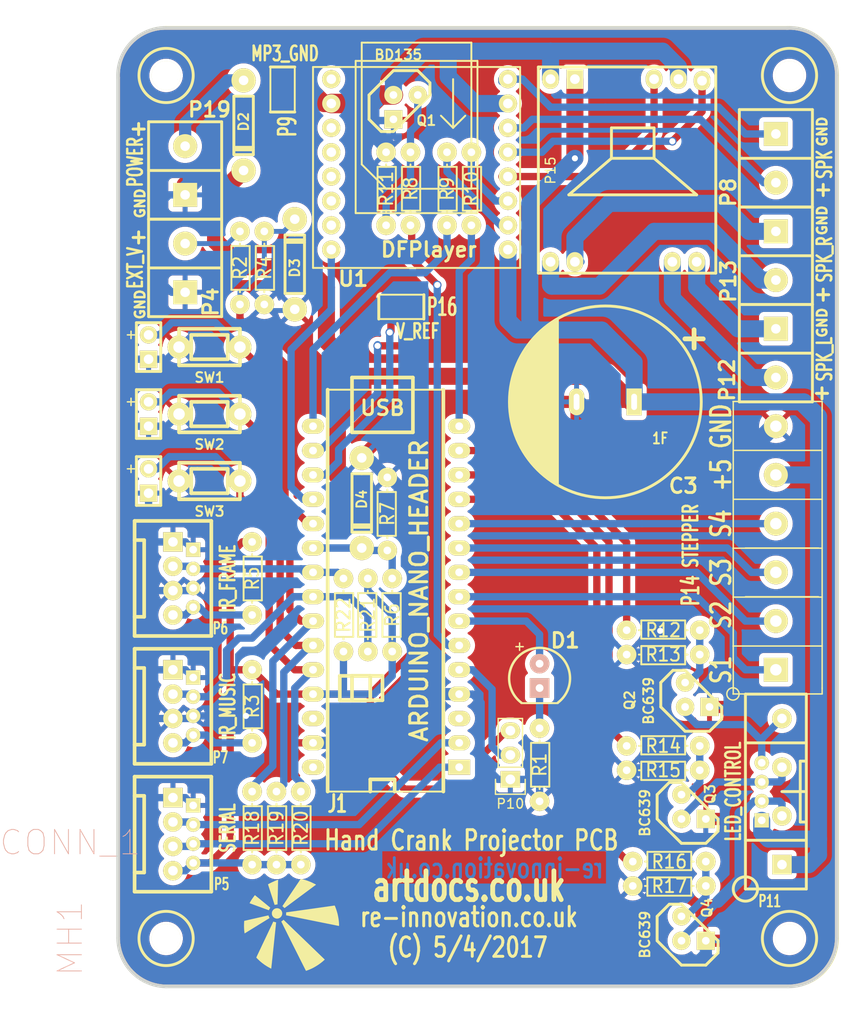
<source format=kicad_pcb>
(kicad_pcb (version 20221018) (generator pcbnew)
  (title_block (date "12 jul 2015"))
  (layers (0 "F.Cu" signal "Front") (31 "B.Cu" signal "Back") (34 "B.Paste" user) (35 "F.Paste" user) (36 "B.SilkS" user "B.Silkscreen") (37 "F.SilkS" user "F.Silkscreen") (38 "B.Mask" user) (39 "F.Mask" user) (44 "Edge.Cuts" user))
  (net 0 "")
  (net 1 "+5V")
  (net 2 "GND")
  (net 3 "/LED")
  (net 4 "Net-(D2-Pad1)")
  (net 5 "/EXT_V")
  (net 6 "/PWR_V")
  (net 7 "/Tx")
  (net 8 "/Rx")
  (net 9 "Net-(J1-Pad5)")
  (net 10 "/MP3_PWR")
  (net 11 "/STEP1")
  (net 12 "/STEP2")
  (net 13 "/STEP3")
  (net 14 "/STEP4")
  (net 15 "/LED_R")
  (net 16 "/LED_G")
  (net 17 "/LED_B")
  (net 18 "/MP3_Rx")
  (net 19 "/MP3_Tx")
  (net 20 "Net-(J1-Pad17)")
  (net 21 "Net-(J1-Pad18)")
  (net 22 "/MP3_BUSY")
  (net 23 "/IR_FRAME")
  (net 24 "/IR_MUSIC")
  (net 25 "/SW3")
  (net 26 "/SW2")
  (net 27 "/SW1")
  (net 28 "Net-(P4-Pad2)")
  (net 29 "Net-(P6-Pad4)")
  (net 30 "Net-(P7-Pad4)")
  (net 31 "Net-(P8-Pad1)")
  (net 32 "Net-(P8-Pad2)")
  (net 33 "Net-(P11-Pad2)")
  (net 34 "Net-(P11-Pad3)")
  (net 35 "Net-(P11-Pad4)")
  (net 36 "Net-(P12-Pad1)")
  (net 37 "Net-(P12-Pad2)")
  (net 38 "Net-(P13-Pad1)")
  (net 39 "Net-(P13-Pad2)")
  (net 40 "/AN_R")
  (net 41 "/AN_L")
  (net 42 "Net-(Q1-Pad2)")
  (net 43 "Net-(Q2-Pad2)")
  (net 44 "Net-(Q3-Pad2)")
  (net 45 "Net-(Q4-Pad2)")
  (net 46 "Net-(R9-Pad1)")
  (net 47 "Net-(R10-Pad1)")
  (net 48 "Net-(D1-Pad1)")
  (net 49 "Net-(P15-Pad4)")
  (footprint "REInnovationFootprint:TH_LED-5MM_larg_pad" (layer "F.Cu") (at 80.137 106.045 -90)
    (fp_text reference "D1")
    (fp_text value "LED" hide)
  )
  (footprint "REInnovationFootprint:TH_Diode_1" (layer "F.Cu") (at 49.276 48.26 -90)
    (fp_text reference "D2")
    (fp_text value "1N4001" hide)
  )
  (footprint "REInnovationFootprint:TH_Diode_1" (layer "F.Cu") (at 54.61 63.5 90)
    (fp_text reference "D3")
    (fp_text value "5V1" hide)
  )
  (footprint "REInnovationFootprint:TH_Diode_1" (layer "F.Cu") (at 61.595 87.63 -90)
    (fp_text reference "D4")
    (fp_text value "5V1" hide)
  )
  (footprint "REInnovationFootprint:SIL-2_screw_terminal" (layer "F.Cu") (at 43.18 66.04 90)
    (fp_text reference "P4")
    (fp_text value "EXT_V")
  )
  (footprint "REInnovationFootprint:SIL-2_screw_terminal" (layer "F.Cu") (at 104.775 49.53 -90)
    (fp_text reference "P8")
    (fp_text value "SPK")
  )
  (footprint "REInnovationFootprint:SM_2_SLDR_JMP" (layer "F.Cu") (at 53.34 46.355 -90)
    (fp_text reference "P9")
    (fp_text value "MP3_GND")
  )
  (footprint "REInnovationFootprint:Pin_Header_Straight_1x03" (layer "F.Cu") (at 77.089 116.84 180)
    (fp_text reference "P10")
    (fp_text value "D2" hide)
  )
  (footprint "REInnovationFootprint:SIL-4_Grove_SCREW" (layer "F.Cu") (at 105.41 118.11 90)
    (fp_text reference "P11")
    (fp_text value "LED_CONTROL")
  )
  (footprint "REInnovationFootprint:SIL-2_screw_terminal" (layer "F.Cu") (at 104.775 69.85 -90)
    (fp_text reference "P12")
    (fp_text value "SPK_L")
  )
  (footprint "REInnovationFootprint:SIL-2_screw_terminal" (layer "F.Cu") (at 104.775 59.69 -90)
    (fp_text reference "P13")
    (fp_text value "SPK_R")
  )
  (footprint "REInnovationFootprint:SIL-2_screw_terminal" (layer "F.Cu") (at 43.18 55.88 90)
    (fp_text reference "P19")
    (fp_text value "POWER")
  )
  (footprint "REInnovationFootprint:TO92-ECB_large_pad_BC639" (layer "F.Cu") (at 66.167 46.736)
    (fp_text reference "Q1")
    (fp_text value "BD135")
  )
  (footprint "REInnovationFootprint:TO92-ECB_large_pad_BC639" (layer "F.Cu") (at 96.5835 108.0135 90)
    (fp_text reference "Q2")
    (fp_text value "BC639")
  )
  (footprint "REInnovationFootprint:TO92-ECB_large_pad_BC639" (layer "F.Cu") (at 96.2025 119.6975 90)
    (fp_text reference "Q3")
    (fp_text value "BC639")
  )
  (footprint "REInnovationFootprint:TO92-ECB_large_pad_BC639" (layer "F.Cu") (at 96.2025 132.3975 90)
    (fp_text reference "Q4")
    (fp_text value "BC639")
  )
  (footprint "REInnovationFootprint:TH_Resistor_1" (layer "F.Cu") (at 80.137 115.316 -90)
    (fp_text reference "R1")
    (fp_text value "330" hide)
  )
  (footprint "REInnovationFootprint:TH_Resistor_1" (layer "F.Cu") (at 48.895 63.5 -90)
    (fp_text reference "R2")
    (fp_text value "560k" hide)
  )
  (footprint "REInnovationFootprint:TH_Resistor_1" (layer "F.Cu") (at 50.165 109.22 -90)
    (fp_text reference "R3")
    (fp_text value "1k" hide)
  )
  (footprint "REInnovationFootprint:TH_Resistor_1" (layer "F.Cu") (at 51.435 63.5 -90)
    (fp_text reference "R4")
    (fp_text value "10k" hide)
  )
  (footprint "REInnovationFootprint:TH_Resistor_1" (layer "F.Cu") (at 50.165 95.885 -90)
    (fp_text reference "R5")
    (fp_text value "1k" hide)
  )
  (footprint "REInnovationFootprint:TH_Resistor_1" (layer "F.Cu") (at 64.77 99.695 90)
    (fp_text reference "R6")
    (fp_text value "100k" hide)
  )
  (footprint "REInnovationFootprint:TH_Resistor_1" (layer "F.Cu") (at 64.262 89.154 90)
    (fp_text reference "R7")
    (fp_text value "100k" hide)
  )
  (footprint "REInnovationFootprint:TH_Resistor_1" (layer "F.Cu") (at 66.675 55.245 -90)
    (fp_text reference "R8")
    (fp_text value "10" hide)
  )
  (footprint "REInnovationFootprint:TH_Resistor_1" (layer "F.Cu") (at 70.485 55.245 -90)
    (fp_text reference "R9")
    (fp_text value "1k" hide)
  )
  (footprint "REInnovationFootprint:TH_Resistor_1" (layer "F.Cu") (at 73.025 55.245 -90)
    (fp_text reference "R10")
    (fp_text value "1k" hide)
  )
  (footprint "REInnovationFootprint:TH_Resistor_1" (layer "F.Cu") (at 64.135 55.245 -90)
    (fp_text reference "R11")
    (fp_text value "100k" hide)
  )
  (footprint "REInnovationFootprint:TH_Resistor_1" (layer "F.Cu") (at 93.0275 101.2825)
    (fp_text reference "R12")
    (fp_text value "10" hide)
  )
  (footprint "REInnovationFootprint:TH_Resistor_1" (layer "F.Cu") (at 93.0275 103.8225 180)
    (fp_text reference "R13")
    (fp_text value "100k" hide)
  )
  (footprint "REInnovationFootprint:TH_Resistor_1" (layer "F.Cu") (at 93.0275 113.3475)
    (fp_text reference "R14")
    (fp_text value "10" hide)
  )
  (footprint "REInnovationFootprint:TH_Resistor_1" (layer "F.Cu") (at 93.0275 115.8875 180)
    (fp_text reference "R15")
    (fp_text value "100k" hide)
  )
  (footprint "REInnovationFootprint:TH_Resistor_1" (layer "F.Cu") (at 93.6625 125.4125)
    (fp_text reference "R16")
    (fp_text value "10" hide)
  )
  (footprint "REInnovationFootprint:TH_Resistor_1" (layer "F.Cu") (at 93.6625 127.9525 180)
    (fp_text reference "R17")
    (fp_text value "100k" hide)
  )
  (footprint "matts_components:SW_PUSH_single_pins" (layer "F.Cu") (at 45.72 71.755 180)
    (fp_text reference "SW1")
    (fp_text value "SW_PUSH" hide)
  )
  (footprint "matts_components:SW_PUSH_single_pins" (layer "F.Cu") (at 45.72 78.74 180)
    (fp_text reference "SW2")
    (fp_text value "SW_PUSH" hide)
  )
  (footprint "matts_components:SW_PUSH_single_pins" (layer "F.Cu") (at 45.72 85.725 180)
    (fp_text reference "SW3")
    (fp_text value "SW_PUSH" hide)
  )
  (footprint "REInnovationFootprint:SIL-2_large_hole" (layer "F.Cu") (at 39.37 71.755 90)
    (fp_text reference "P1" hide)
    (fp_text value "SW1" hide)
  )
  (footprint "REInnovationFootprint:SIL-2_large_hole" (layer "F.Cu") (at 39.37 78.74 90)
    (fp_text reference "P2" hide)
    (fp_text value "SW2" hide)
  )
  (footprint "REInnovationFootprint:SIL-2_large_hole" (layer "F.Cu") (at 39.37 85.725 90)
    (fp_text reference "P3" hide)
    (fp_text value "SW3" hide)
  )
  (footprint "matts_components:SIL-4_Grove_SIL" (layer "F.Cu") (at 41.91 122.555 -90)
    (fp_text reference "P5")
    (fp_text value "SERIAL")
  )
  (footprint "matts_components:SIL-4_Grove_SIL" (layer "F.Cu") (at 41.91 95.885 -90)
    (fp_text reference "P6")
    (fp_text value "IR_FRAME")
  )
  (footprint "matts_components:SIL-4_Grove_SIL" (layer "F.Cu") (at 41.91 109.22 -90)
    (fp_text reference "P7")
    (fp_text value "IR_MUSIC")
  )
  (footprint "REInnovationFootprint:C_1F_SuperCap" (layer "F.Cu") (at 86.995 77.47 180)
    (fp_text reference "C3")
    (fp_text value "1F")
  )
  (footprint "matts_components:reinnovation_logo_15mm" (layer "F.Cu") (at 54.61 132.715)
    (fp_text reference "LG1" hide)
    (fp_text value "CONN_1" hide)
  )
  (footprint "REInnovationFootprint:PCB_75x100mm" (layer "F.Cu") (at 36.195 138.43)
    (fp_text reference "MH1")
    (fp_text value "CONN_1")
  )
  (footprint "REInnovationFootprint:SM_2_SLDR_JMP" (layer "F.Cu") (at 67.183 67.564)
    (fp_text reference "P16")
    (fp_text value "V_REF")
  )
  (footprint "REInnovationFootprint:NANO_DIP_30_600" (layer "F.Cu") (at 64.135 91.44 90)
    (fp_text reference "J1")
    (fp_text value "ARDUINO_NANO_HEADER")
  )
  (footprint "REInnovationFootprint:TH_PAM8403_Amp" (layer "F.Cu") (at 80.01 42.545 -90)
    (fp_text reference "P15")
    (fp_text value "AMP_3WST" hide)
  )
  (footprint "REInnovationFootprint:TH_Resistor_1" (layer "F.Cu") (at 50.165 121.92 -90)
    (fp_text reference "R18")
    (fp_text value "10k" hide)
  )
  (footprint "REInnovationFootprint:TH_Resistor_1" (layer "F.Cu") (at 52.705 121.92 -90)
    (fp_text reference "R19")
    (fp_text value "10k" hide)
  )
  (footprint "REInnovationFootprint:TH_Resistor_1" (layer "F.Cu") (at 55.245 121.92 -90)
    (fp_text reference "R20")
    (fp_text value "10k" hide)
  )
  (footprint "REInnovationFootprint:TH_Resistor_1" (layer "F.Cu") (at 62.23 99.695 90)
    (fp_text reference "R21")
    (fp_text value "100k" hide)
  )
  (footprint "REInnovationFootprint:TH_Resistor_1" (layer "F.Cu") (at 59.69 99.695 -90)
    (fp_text reference "R22")
    (fp_text value "100k" hide)
  )
  (footprint "REInnovationFootprint:TH_DFPlayer_Mini" (layer "F.Cu") (at 76.2 61.595 180)
    (fp_text reference "U1")
    (fp_text value "DFPlayer")
  )
  (footprint "REInnovationFootprint:TH_6W_SCREW_TERM" (layer "F.Cu") (at 101.6 100.33 90)
    (fp_text reference "P14")
    (fp_text value "STEPPER")
  )
  (gr_line (start 111.125 43.307) (end 111.125 133.35) (stroke (width 0.381)) (layer "Edge.Cuts"))
  (gr_line (start 36.195 133.35) (end 36.195 43.688) (stroke (width 0.381)) (layer "Edge.Cuts"))
  (gr_arc (start 111.125 133.35) (mid 109.637102 136.942102) (end 106.045 138.43) (stroke (width 0.381)) (layer "Edge.Cuts"))
  (gr_arc (start 36.195 43.688) (mid 37.466095 40.111305) (end 40.894 38.481) (stroke (width 0.381)) (layer "Edge.Cuts"))
  (gr_line (start 106.045 138.43) (end 41.148 138.43) (stroke (width 0.381)) (layer "Edge.Cuts"))
  (gr_arc (start 105.918 38.481) (mid 109.494695 39.752095) (end 111.125 43.18) (stroke (width 0.381)) (layer "Edge.Cuts"))
  (gr_line (start 40.894 38.481) (end 106.045 38.481) (stroke (width 0.381)) (layer "Edge.Cuts"))
  (gr_arc (start 41.275 138.43) (mid 37.682898 136.942102) (end 36.195 133.35) (stroke (width 0.381)) (layer "Edge.Cuts"))
  (gr_text "re-innovation.co.uk" (at 75.438 126.111) (layer "B.Cu") (effects (font (size 2.032 1.524) (thickness 0.3048)) (justify mirror)))
  (gr_text "S1" (at 99.06 105.41 90) (layer "F.SilkS") (effects (font (size 2.032 1.524) (thickness 0.3048))))
  (gr_text "S2" (at 99.06 99.695 90) (layer "F.SilkS") (effects (font (size 2.032 1.524) (thickness 0.3048))))
  (gr_text "+5" (at 99.06 85.09 90) (layer "F.SilkS") (effects (font (size 2.032 1.524) (thickness 0.3048))))
  (gr_text "re-innovation.co.uk" (at 72.771 131.191) (layer "F.SilkS") (effects (font (size 2.032 1.524) (thickness 0.3048))))
  (gr_text "artdocs.co.uk" (at 72.771 128.016) (layer "F.SilkS") (effects (font (size 3 2) (thickness 0.5))))
  (gr_text "GND" (at 99.06 80.01 90) (layer "F.SilkS") (effects (font (size 2.032 1.524) (thickness 0.3048))))
  (gr_text "S3" (at 99.06 95.25 90) (layer "F.SilkS") (effects (font (size 2.032 1.524) (thickness 0.3048))))
  (gr_text "(C) 5/4/2017" (at 72.644 134.366) (layer "F.SilkS") (effects (font (size 2.032 1.524) (thickness 0.3048))))
  (gr_text "S4" (at 99.06 90.17 90) (layer "F.SilkS") (effects (font (size 2.032 1.524) (thickness 0.3048))))
  (gr_text "Hand Crank Projector PCB" (at 73.025 123.19) (layer "F.SilkS") (effects (font (size 2.032 1.524) (thickness 0.3048))))
  (segment (start 61.5315 74.803) (end 61.595 74.803) (width 0.762) (layer "F.Cu") (net 1))
  (segment (start 61.595 74.803) (end 61.5315 74.803) (width 0.762) (layer "F.Cu") (net 1))
  (segment (start 61.5315 74.803) (end 61.5315 76.8985) (width 0.762) (layer "F.Cu") (net 1))
  (segment (start 47.879 93.345) (end 49.149 92.075) (width 0.762) (layer "F.Cu") (net 1))
  (segment (start 49.149 92.075) (end 50.165 92.075) (width 0.762) (layer "F.Cu") (net 1))
  (segment (start 45.768 125.555) (end 47.879 123.444) (width 0.762) (layer "F.Cu") (net 1))
  (segment (start 47.879 123.444) (end 47.879 105.41) (width 0.762) (layer "F.Cu") (net 1))
  (segment (start 47.879 102.489) (end 47.879 93.345) (width 0.762) (layer "F.Cu") (net 1))
  (segment (start 47.879 105.41) (end 48.006 105.41) (width 0.762) (layer "F.Cu") (net 1))
  (segment (start 48.006 105.41) (end 47.879 105.41) (width 0.762) (layer "F.Cu") (net 1))
  (segment (start 47.879 105.41) (end 47.879 102.489) (width 0.762) (layer "F.Cu") (net 1))
  (segment (start 61.5315 76.8985) (end 59.182 79.248) (width 0.762) (layer "F.Cu") (net 1))
  (segment (start 59.182 79.248) (end 59.182 84.709) (width 0.762) (layer "F.Cu") (net 1))
  (segment (start 59.182 84.709) (end 66.675 92.202) (width 0.762) (layer "F.Cu") (net 1))
  (segment (start 66.675 92.202) (end 66.675 103.759) (width 0.762) (layer "F.Cu") (net 1))
  (segment (start 66.675 103.759) (end 62.484 107.95) (width 0.762) (layer "F.Cu") (net 1))
  (segment (start 62.484 107.95) (end 57.15 107.95) (width 0.762) (layer "F.Cu") (net 1))
  (segment (start 76.708 111.76) (end 74.041 114.427) (width 0.762) (layer "F.Cu") (net 1))
  (segment (start 74.041 114.427) (end 74.041 116.84) (width 0.762) (layer "F.Cu") (net 1))
  (segment (start 74.041 116.84) (end 73.025 117.856) (width 0.762) (layer "F.Cu") (net 1))
  (segment (start 73.025 117.856) (end 66.04 117.856) (width 0.762) (layer "F.Cu") (net 1))
  (segment (start 66.04 117.856) (end 62.484 114.3) (width 0.762) (layer "F.Cu") (net 1))
  (segment (start 62.484 114.3) (end 62.484 107.95) (width 0.762) (layer "F.Cu") (net 1))
  (segment (start 85.598 74.803) (end 88.265 77.47) (width 1.27) (layer "F.Cu") (net 1))
  (segment (start 88.265 77.47) (end 89.995 77.47) (width 1.27) (layer "F.Cu") (net 1))
  (segment (start 52.705 107.95) (end 56.515 107.95) (width 0.762) (layer "F.Cu") (net 1))
  (segment (start 89.662 77.47) (end 86.995 74.803) (width 1.778) (layer "F.Cu") (net 1))
  (segment (start 86.995 74.803) (end 61.722 74.803) (width 1.778) (layer "F.Cu") (net 1))
  (segment (start 61.595 74.803) (end 57.912 71.12) (width 1.778) (layer "F.Cu") (net 1))
  (segment (start 57.912 71.12) (end 57.912 65.532) (width 1.778) (layer "F.Cu") (net 1))
  (segment (start 57.912 65.532) (end 55.753 63.373) (width 1.778) (layer "F.Cu") (net 1))
  (segment (start 55.753 63.373) (end 49.022 63.373) (width 1.778) (layer "F.Cu") (net 1))
  (segment (start 49.022 63.373) (end 46.355 60.706) (width 1.778) (layer "F.Cu") (net 1))
  (segment (start 46.355 60.706) (end 46.355 56.261) (width 1.778) (layer "F.Cu") (net 1))
  (segment (start 46.355 56.261) (end 49.276 53.34) (width 1.778) (layer "F.Cu") (net 1))
  (segment (start 61.722 74.803) (end 61.595 74.803) (width 1.778) (layer "F.Cu") (net 1))
  (segment (start 61.722 76.708) (end 59.055 79.375) (width 1.778) (layer "F.Cu") (net 1))
  (segment (start 59.055 79.375) (end 59.055 85.217) (width 1.778) (layer "F.Cu") (net 1))
  (segment (start 61.722 74.803) (end 61.722 76.708) (width 1.778) (layer "F.Cu") (net 1))
  (segment (start 89.995 77.47) (end 89.662 77.47) (width 1.778) (layer "F.Cu") (net 1))
  (segment (start 83.82 43.815) (end 83.82 52.07) (width 1.778) (layer "F.Cu") (net 1))
  (segment (start 61.5315 74.803) (end 85.598 74.803) (width 1.27) (layer "F.Cu") (net 1))
  (segment (start 77.089 111.76) (end 76.708 111.76) (width 0.762) (layer "F.Cu") (net 1))
  (segment (start 44.021 125.555) (end 45.768 125.555) (width 0.762) (layer "F.Cu") (net 1))
  (segment (start 50.165 105.41) (end 47.879 105.41) (width 0.762) (layer "F.Cu") (net 1))
  (segment (start 50.165 105.41) (end 52.705 107.95) (width 0.762) (layer "F.Cu") (net 1))
  (via (at 83.82 52.07) (size 0.889) (drill 0.635) (layers "F.Cu" "B.Cu") (net 1))
  (segment (start 43.211 126.365) (end 44.021 125.555) (width 0.762) (layer "B.Cu") (net 1))
  (segment (start 89.995 74.374) (end 85.598 69.977) (width 1.27) (layer "B.Cu") (net 1))
  (segment (start 85.598 69.977) (end 79.121 69.977) (width 1.27) (layer "B.Cu") (net 1))
  (segment (start 109.22 86.614) (end 109.22 90.043) (width 1.27) (layer "B.Cu") (net 1))
  (segment (start 109.22 124.714) (end 108.839 125.095) (width 1.27) (layer "B.Cu") (net 1))
  (segment (start 109.22 90.043) (end 109.22 123.19) (width 1.27) (layer "B.Cu") (net 1))
  (segment (start 79.121 56.769) (end 79.121 69.977) (width 1.27) (layer "B.Cu") (net 1))
  (segment (start 79.121 69.977) (end 79.121 69.596) (width 1.27) (layer "B.Cu") (net 1))
  (segment (start 79.121 69.596) (end 79.121 69.977) (width 1.27) (layer "B.Cu") (net 1))
  (segment (start 79.121 69.977) (end 77.851 69.977) (width 1.27) (layer "B.Cu") (net 1))
  (segment (start 106.68 77.47) (end 109.22 80.01) (width 0.762) (layer "B.Cu") (net 1))
  (segment (start 109.22 80.01) (end 109.22 85.09) (width 0.762) (layer "B.Cu") (net 1))
  (segment (start 109.22 85.09) (end 109.22 86.614) (width 0.762) (layer "B.Cu") (net 1))
  (segment (start 108.204 125.73) (end 108.839 125.095) (width 0.762) (layer "B.Cu") (net 1))
  (segment (start 108.204 125.73) (end 109.22 124.714) (width 0.762) (layer "B.Cu") (net 1))
  (segment (start 103.299 121.714) (end 104.775 123.19) (width 0.762) (layer "B.Cu") (net 1))
  (segment (start 104.775 123.19) (end 109.22 123.19) (width 0.762) (layer "B.Cu") (net 1))
  (segment (start 109.22 123.19) (end 109.22 124.714) (width 1.27) (layer "B.Cu") (net 1))
  (segment (start 62.23 97.155) (end 64.77 99.695) (width 0.762) (layer "B.Cu") (net 1))
  (segment (start 64.77 99.695) (end 64.77 103.505) (width 0.762) (layer "B.Cu") (net 1))
  (segment (start 62.865 107.95) (end 64.77 106.045) (width 0.762) (layer "B.Cu") (net 1))
  (segment (start 64.77 106.045) (end 64.77 103.505) (width 0.762) (layer "B.Cu") (net 1))
  (segment (start 59.69 107.95) (end 62.865 107.95) (width 0.762) (layer "B.Cu") (net 1))
  (segment (start 49.99 125.555) (end 50.165 125.73) (width 0.762) (layer "B.Cu") (net 1))
  (segment (start 107.696 77.47) (end 109.22 78.994) (width 1.778) (layer "B.Cu") (net 1))
  (segment (start 109.22 78.994) (end 109.22 123.063) (width 1.778) (layer "B.Cu") (net 1))
  (segment (start 109.22 124.714) (end 108.204 125.73) (width 1.778) (layer "B.Cu") (net 1))
  (segment (start 108.204 125.73) (end 105.41 125.73) (width 1.778) (layer "B.Cu") (net 1))
  (segment (start 103.299 122.349) (end 104.013 123.063) (width 1.778) (layer "B.Cu") (net 1))
  (segment (start 104.013 123.063) (end 109.22 123.063) (width 1.778) (layer "B.Cu") (net 1))
  (segment (start 109.22 123.063) (end 109.22 124.714) (width 1.778) (layer "B.Cu") (net 1))
  (segment (start 76.835 68.961) (end 77.851 69.977) (width 1.778) (layer "B.Cu") (net 1))
  (segment (start 77.851 69.977) (end 79.756 69.977) (width 1.778) (layer "B.Cu") (net 1))
  (segment (start 86.614 69.977) (end 89.995 73.358) (width 1.778) (layer "B.Cu") (net 1))
  (segment (start 89.995 73.358) (end 89.995 77.47) (width 1.778) (layer "B.Cu") (net 1))
  (segment (start 79.121 56.769) (end 79.121 69.342) (width 1.778) (layer "B.Cu") (net 1))
  (segment (start 79.121 69.342) (end 79.756 69.977) (width 1.778) (layer "B.Cu") (net 1))
  (segment (start 79.756 69.977) (end 86.614 69.977) (width 1.778) (layer "B.Cu") (net 1))
  (segment (start 89.995 77.47) (end 107.696 77.47) (width 1.778) (layer "B.Cu") (net 1))
  (segment (start 105.41 125.73) (end 108.204 125.73) (width 0.762) (layer "B.Cu") (net 1))
  (segment (start 44.021 125.555) (end 49.99 125.555) (width 0.762) (layer "B.Cu") (net 1))
  (segment (start 56.515 107.95) (end 59.69 107.95) (width 0.762) (layer "B.Cu") (net 1))
  (segment (start 104.775 85.09) (end 109.22 85.09) (width 1.778) (layer "B.Cu") (net 1))
  (segment (start 103.299 121.11) (end 103.299 122.349) (width 1.778) (layer "B.Cu") (net 1))
  (segment (start 89.995 77.47) (end 89.995 74.374) (width 1.27) (layer "B.Cu") (net 1))
  (segment (start 89.995 77.47) (end 106.68 77.47) (width 0.762) (layer "B.Cu") (net 1))
  (segment (start 76.835 61.595) (end 76.835 68.961) (width 1.778) (layer "B.Cu") (net 1))
  (segment (start 59.69 103.505) (end 59.69 107.95) (width 0.762) (layer "B.Cu") (net 1))
  (segment (start 52.705 125.73) (end 55.245 125.73) (width 0.762) (layer "B.Cu") (net 1))
  (segment (start 83.82 52.07) (end 79.121 56.769) (width 1.778) (layer "B.Cu") (net 1))
  (segment (start 57.15 107.95) (end 58.166 107.95) (width 0.762) (layer "B.Cu") (net 1))
  (segment (start 41.91 126.365) (end 43.211 126.365) (width 0.762) (layer "B.Cu") (net 1))
  (segment (start 56.515 107.95) (end 58.166 107.95) (width 0.762) (layer "B.Cu") (net 1))
  (segment (start 62.23 95.885) (end 62.23 97.155) (width 0.762) (layer "B.Cu") (net 1))
  (segment (start 50.165 125.73) (end 52.705 125.73) (width 0.762) (layer "B.Cu") (net 1))
  (segment (start 103.299 121.11) (end 103.299 121.714) (width 0.762) (layer "B.Cu") (net 1))
  (segment (start 43.18 55.626) (end 49.911 48.895) (width 0.762) (layer "F.Cu") (net 2))
  (segment (start 49.911 48.895) (end 52.705 48.895) (width 0.762) (layer "F.Cu") (net 2))
  (segment (start 52.705 48.895) (end 53.34 48.26) (width 0.762) (layer "F.Cu") (net 2))
  (segment (start 53.34 48.26) (end 53.34 45.974) (width 0.762) (layer "F.Cu") (net 2))
  (segment (start 67.31 77.47) (end 61.214 83.566) (width 0.762) (layer "F.Cu") (net 2))
  (segment (start 99.3775 109.2835) (end 100.076 109.982) (width 0.762) (layer "F.Cu") (net 2))
  (segment (start 100.076 109.982) (end 100.076 121.031) (width 0.762) (layer "F.Cu") (net 2))
  (segment (start 100.076 132.969) (end 99.3775 133.6675) (width 0.762) (layer "F.Cu") (net 2))
  (segment (start 99.3775 133.6675) (end 97.4725 133.6675) (width 0.762) (layer "F.Cu") (net 2))
  (segment (start 100.076 120.9675) (end 100.0125 121.031) (width 0.762) (layer "F.Cu") (net 2))
  (segment (start 100.0125 121.031) (end 99.949 121.031) (width 0.762) (layer "F.Cu") (net 2))
  (segment (start 99.949 121.031) (end 100.076 121.031) (width 0.762) (layer "F.Cu") (net 2))
  (segment (start 100.076 121.031) (end 100.076 132.969) (width 0.762) (layer "F.Cu") (net 2))
  (segment (start 61.214 83.566) (end 67.31 77.47) (width 1.27) (layer "F.Cu") (net 2))
  (segment (start 67.31 77.47) (end 83.995 77.47) (width 1.27) (layer "F.Cu") (net 2))
  (segment (start 100.076 132.969) (end 99.3775 133.6675) (width 1.27) (layer "F.Cu") (net 2))
  (segment (start 99.3775 133.6675) (end 97.4725 133.6675) (width 1.27) (layer "F.Cu") (net 2))
  (segment (start 99.3775 109.2835) (end 100.076 109.982) (width 1.27) (layer "F.Cu") (net 2))
  (segment (start 100.076 109.982) (end 100.076 132.969) (width 1.27) (layer "F.Cu") (net 2))
  (segment (start 100.076 96.901) (end 98.6155 95.4405) (width 1.27) (layer "F.Cu") (net 2))
  (segment (start 83.995 80.82) (end 83.995 77.47) (width 1.27) (layer "F.Cu") (net 2))
  (segment (start 98.6155 95.4405) (end 83.995 80.82) (width 1.27) (layer "F.Cu") (net 2))
  (segment (start 49.8 110.49) (end 49.53 110.22) (width 0.762) (layer "F.Cu") (net 2))
  (segment (start 49.8 110.49) (end 52.07 110.49) (width 0.762) (layer "F.Cu") (net 2))
  (segment (start 52.07 110.49) (end 54.61 113.03) (width 0.762) (layer "F.Cu") (net 2))
  (segment (start 56.515 113.03) (end 54.61 113.03) (width 0.762) (layer "F.Cu") (net 2))
  (segment (start 53.34 48.514) (end 52.578 49.276) (width 1.778) (layer "F.Cu") (net 2))
  (segment (start 52.578 49.276) (end 48.768 49.276) (width 1.778) (layer "F.Cu") (net 2))
  (segment (start 48.768 49.276) (end 43.18 54.864) (width 1.778) (layer "F.Cu") (net 2))
  (segment (start 43.18 54.864) (end 43.18 55.88) (width 1.778) (layer "F.Cu") (net 2))
  (segment (start 83.995 77.47) (end 67.31 77.47) (width 0.762) (layer "F.Cu") (net 2))
  (segment (start 100.076 109.982) (end 100.076 96.901) (width 1.27) (layer "F.Cu") (net 2))
  (segment (start 43.18 55.88) (end 43.18 55.626) (width 0.762) (layer "F.Cu") (net 2))
  (segment (start 97.4725 120.9675) (end 100.076 120.9675) (width 1.27) (layer "F.Cu") (net 2))
  (segment (start 97.8535 109.2835) (end 99.3775 109.2835) (width 1.27) (layer "F.Cu") (net 2))
  (segment (start 61.214 83.693) (end 61.214 83.566) (width 1.27) (layer "F.Cu") (net 2))
  (segment (start 98.6155 95.4405) (end 92.71 101.346) (width 1.27) (layer "F.Cu") (net 2))
  (segment (start 53.34 45.974) (end 53.34 48.514) (width 1.778) (layer "F.Cu") (net 2))
  (via (at 92.71 101.346) (size 0.889) (drill 0.635) (layers "F.Cu" "B.Cu") (net 2))
  (via (at 49.53 110.22) (size 0.889) (drill 0.635) (layers "F.Cu" "B.Cu") (net 2))
  (segment (start 41.275 86.995) (end 42.545 85.725) (width 0.508) (layer "B.Cu") (net 2))
  (segment (start 41.275 80.01) (end 42.545 78.74) (width 0.508) (layer "B.Cu") (net 2))
  (segment (start 41.275 73.025) (end 42.545 71.755) (width 0.508) (layer "B.Cu") (net 2))
  (segment (start 52.07 67.945) (end 51.435 67.31) (width 0.508) (layer "B.Cu") (net 2))
  (segment (start 45.085 66.04) (end 48.26 69.215) (width 0.508) (layer "B.Cu") (net 2))
  (segment (start 48.26 69.215) (end 49.53 69.215) (width 0.508) (layer "B.Cu") (net 2))
  (segment (start 49.53 69.215) (end 51.435 67.31) (width 0.508) (layer "B.Cu") (net 2))
  (segment (start 80.137 116.84) (end 80.137 117.221) (width 0.762) (layer "B.Cu") (net 2))
  (segment (start 80.137 117.221) (end 80.137 116.84) (width 0.762) (layer "B.Cu") (net 2))
  (segment (start 80.137 116.84) (end 77.089 116.84) (width 0.762) (layer "B.Cu") (net 2))
  (segment (start 75.819 116.84) (end 74.041 115.062) (width 0.762) (layer "B.Cu") (net 2))
  (segment (start 74.041 115.062) (end 74.041 108.839) (width 0.762) (layer "B.Cu") (net 2))
  (segment (start 74.041 108.839) (end 73.152 107.95) (width 0.762) (layer "B.Cu") (net 2))
  (segment (start 73.152 107.95) (end 71.755 107.95) (width 0.762) (layer "B.Cu") (net 2))
  (segment (start 68.58 107.95) (end 71.755 107.95) (width 0.762) (layer "B.Cu") (net 2))
  (segment (start 43.211 118.745) (end 44.021 119.555) (width 0.762) (layer "B.Cu") (net 2))
  (segment (start 43.211 105.41) (end 44.021 106.22) (width 0.762) (layer "B.Cu") (net 2))
  (segment (start 43.751 110.49) (end 44.021 110.22) (width 0.762) (layer "B.Cu") (net 2))
  (segment (start 43.751 97.155) (end 44.021 96.885) (width 0.762) (layer "B.Cu") (net 2))
  (segment (start 43.211 92.075) (end 44.021 92.885) (width 0.762) (layer "B.Cu") (net 2))
  (segment (start 39.37 118.237) (end 39.878 118.745) (width 0.762) (layer "B.Cu") (net 2))
  (segment (start 39.878 118.745) (end 41.91 118.745) (width 0.762) (layer "B.Cu") (net 2))
  (segment (start 39.37 105.41) (end 39.37 110.617) (width 0.762) (layer "B.Cu") (net 2))
  (segment (start 39.37 92.075) (end 39.497 92.202) (width 0.762) (layer "B.Cu") (net 2))
  (segment (start 39.497 92.202) (end 39.37 92.202) (width 0.762) (layer "B.Cu") (net 2))
  (segment (start 39.37 92.202) (end 39.37 97.282) (width 0.762) (layer "B.Cu") (net 2))
  (segment (start 39.37 110.49) (end 39.497 110.617) (width 0.762) (layer "B.Cu") (net 2))
  (segment (start 39.497 110.617) (end 39.37 110.617) (width 0.762) (layer "B.Cu") (net 2))
  (segment (start 39.37 110.617) (end 39.37 118.237) (width 0.762) (layer "B.Cu") (net 2))
  (segment (start 39.37 97.155) (end 39.243 97.282) (width 0.762) (layer "B.Cu") (net 2))
  (segment (start 39.243 97.282) (end 39.37 97.282) (width 0.762) (layer "B.Cu") (net 2))
  (segment (start 39.37 97.282) (end 39.37 105.41) (width 0.762) (layer "B.Cu") (net 2))
  (segment (start 62.484 83.566) (end 64.262 85.344) (width 0.762) (layer "B.Cu") (net 2))
  (segment (start 41.783 66.04) (end 40.386 64.643) (width 0.762) (layer "B.Cu") (net 2))
  (segment (start 40.386 64.643) (end 40.386 64.389) (width 0.762) (layer "B.Cu") (net 2))
  (segment (start 40.386 57.023) (end 41.529 55.88) (width 0.762) (layer "B.Cu") (net 2))
  (segment (start 41.529 55.88) (end 43.18 55.88) (width 0.762) (layer "B.Cu") (net 2))
  (segment (start 40.386 64.389) (end 40.386 57.023) (width 0.762) (layer "B.Cu") (net 2))
  (segment (start 40.386 64.516) (end 37.338 67.564) (width 0.762) (layer "B.Cu") (net 2))
  (segment (start 37.338 67.564) (end 37.338 73.025) (width 0.762) (layer "B.Cu") (net 2))
  (segment (start 37.338 88.646) (end 38.735 90.043) (width 0.762) (layer "B.Cu") (net 2))
  (segment (start 38.735 90.043) (end 39.37 90.043) (width 0.762) (layer "B.Cu") (net 2))
  (segment (start 39.37 90.043) (end 39.37 92.202) (width 0.762) (layer "B.Cu") (net 2))
  (segment (start 37.338 80.01) (end 37.211 80.01) (width 0.762) (layer "B.Cu") (net 2))
  (segment (start 37.211 80.01) (end 37.338 80.01) (width 0.762) (layer "B.Cu") (net 2))
  (segment (start 37.338 80.01) (end 37.338 88.646) (width 0.762) (layer "B.Cu") (net 2))
  (segment (start 37.338 73.025) (end 37.465 73.025) (width 0.762) (layer "B.Cu") (net 2))
  (segment (start 37.465 73.025) (end 37.338 73.025) (width 0.762) (layer "B.Cu") (net 2))
  (segment (start 37.338 73.025) (end 37.338 80.01) (width 0.762) (layer "B.Cu") (net 2))
  (segment (start 41.275 73.025) (end 42.545 71.755) (width 0.762) (layer "B.Cu") (net 2))
  (segment (start 41.275 80.01) (end 42.545 78.74) (width 0.762) (layer "B.Cu") (net 2))
  (segment (start 64.516 85.344) (end 67.945 88.773) (width 0.762) (layer "B.Cu") (net 2))
  (segment (start 67.945 88.773) (end 67.945 107.315) (width 0.762) (layer "B.Cu") (net 2))
  (segment (start 67.945 107.315) (end 68.58 107.95) (width 0.762) (layer "B.Cu") (net 2))
  (segment (start 97.4725 135.0645) (end 96.774 135.763) (width 0.762) (layer "B.Cu") (net 2))
  (segment (start 96.774 135.763) (end 93.726 135.763) (width 0.762) (layer "B.Cu") (net 2))
  (segment (start 93.726 135.763) (end 91.948 133.985) (width 0.762) (layer "B.Cu") (net 2))
  (segment (start 91.948 133.985) (end 91.948 128.016) (width 0.762) (layer "B.Cu") (net 2))
  (segment (start 91.948 115.8875) (end 91.8845 115.824) (width 0.762) (layer "B.Cu") (net 2))
  (segment (start 91.8845 115.824) (end 91.694 115.824) (width 0.762) (layer "B.Cu") (net 2))
  (segment (start 91.694 115.824) (end 91.948 115.824) (width 0.762) (layer "B.Cu") (net 2))
  (segment (start 91.948 115.824) (end 91.948 104.267) (width 0.762) (layer "B.Cu") (net 2))
  (segment (start 84.709 116.84) (end 87.249 119.38) (width 0.762) (layer "B.Cu") (net 2))
  (segment (start 87.249 119.38) (end 91.948 119.38) (width 0.762) (layer "B.Cu") (net 2))
  (segment (start 91.948 119.38) (end 91.948 115.824) (width 0.762) (layer "B.Cu") (net 2))
  (segment (start 91.948 127.9525) (end 91.8845 128.016) (width 0.762) (layer "B.Cu") (net 2))
  (segment (start 91.8845 128.016) (end 91.694 128.016) (width 0.762) (layer "B.Cu") (net 2))
  (segment (start 91.694 128.016) (end 91.948 128.016) (width 0.762) (layer "B.Cu") (net 2))
  (segment (start 91.948 128.016) (end 91.948 119.38) (width 0.762) (layer "B.Cu") (net 2))
  (segment (start 64.135 50.673) (end 62.738 49.276) (width 0.762) (layer "B.Cu") (net 2))
  (segment (start 62.738 49.276) (end 62.738 48.133) (width 0.762) (layer "B.Cu") (net 2))
  (segment (start 64.77 48.133) (end 64.897 48.006) (width 0.762) (layer "B.Cu") (net 2))
  (segment (start 92.71 101.346) (end 91.948 102.108) (width 1.27) (layer "B.Cu") (net 2))
  (segment (start 91.948 102.108) (end 91.948 104.267) (width 1.27) (layer "B.Cu") (net 2))
  (segment (start 91.948 103.8225) (end 91.948 104.267) (width 1.27) (layer "B.Cu") (net 2))
  (segment (start 91.948 133.985) (end 93.726 135.763) (width 1.27) (layer "B.Cu") (net 2))
  (segment (start 93.726 135.763) (end 96.774 135.763) (width 1.27) (layer "B.Cu") (net 2))
  (segment (start 96.774 135.763) (end 97.4725 135.0645) (width 1.27) (layer "B.Cu") (net 2))
  (segment (start 97.4725 135.0645) (end 97.4725 133.6675) (width 1.27) (layer "B.Cu") (net 2))
  (segment (start 62.611 83.693) (end 64.262 85.344) (width 1.27) (layer "B.Cu") (net 2))
  (segment (start 64.516 85.344) (end 67.945 88.773) (width 1.27) (layer "B.Cu") (net 2))
  (segment (start 67.945 88.773) (end 67.945 105.664) (width 1.27) (layer "B.Cu") (net 2))
  (segment (start 67.945 107.315) (end 68.58 107.95) (width 1.27) (layer "B.Cu") (net 2))
  (segment (start 68.58 107.95) (end 71.755 107.95) (width 1.27) (layer "B.Cu") (net 2))
  (segment (start 63.246 113.03) (end 67.945 108.331) (width 1.27) (layer "B.Cu") (net 2))
  (segment (start 67.945 108.331) (end 67.945 105.664) (width 1.27) (layer "B.Cu") (net 2))
  (segment (start 67.945 105.664) (end 67.945 107.315) (width 1.27) (layer "B.Cu") (net 2))
  (segment (start 57.785 113.03) (end 63.246 113.03) (width 1.27) (layer "B.Cu") (net 2))
  (segment (start 64.135 50.673) (end 62.23 48.768) (width 1.778) (layer "B.Cu") (net 2))
  (segment (start 62.23 48.768) (end 62.23 42.799) (width 1.778) (layer "B.Cu") (net 2))
  (segment (start 62.23 42.799) (end 60.452 41.021) (width 1.778) (layer "B.Cu") (net 2))
  (segment (start 60.452 41.021) (end 56.134 41.021) (width 1.778) (layer "B.Cu") (net 2))
  (segment (start 43.18 55.372) (end 52.5145 46.0375) (width 1.778) (layer "B.Cu") (net 2))
  (segment (start 52.5145 44.6405) (end 56.134 41.021) (width 1.778) (layer "B.Cu") (net 2))
  (segment (start 104.521 80.01) (end 103.378 81.153) (width 1.778) (layer "B.Cu") (net 2))
  (segment (start 103.378 81.153) (end 87.678 81.153) (width 1.778) (layer "B.Cu") (net 2))
  (segment (start 87.678 81.153) (end 83.995 77.47) (width 1.778) (layer "B.Cu") (net 2))
  (segment (start 57.15 113.03) (end 57.785 113.03) (width 1.27) (layer "B.Cu") (net 2))
  (segment (start 61.214 83.693) (end 62.611 83.693) (width 1.27) (layer "B.Cu") (net 2))
  (segment (start 43.18 55.88) (end 43.18 55.372) (width 1.778) (layer "B.Cu") (net 2))
  (segment (start 39.37 86.995) (end 41.275 86.995) (width 0.508) (layer "B.Cu") (net 2))
  (segment (start 39.37 86.995) (end 39.37 90.043) (width 0.762) (layer "B.Cu") (net 2))
  (segment (start 41.91 118.745) (end 43.211 118.745) (width 0.762) (layer "B.Cu") (net 2))
  (segment (start 61.214 83.566) (end 62.484 83.566) (width 0.762) (layer "B.Cu") (net 2))
  (segment (start 80.137 119.126) (end 80.137 116.84) (width 0.762) (layer "B.Cu") (net 2))
  (segment (start 62.738 48.133) (end 64.77 48.133) (width 0.762) (layer "B.Cu") (net 2))
  (segment (start 41.91 105.41) (end 43.211 105.41) (width 0.762) (layer "B.Cu") (net 2))
  (segment (start 41.91 97.155) (end 43.751 97.155) (width 0.762) (layer "B.Cu") (net 2))
  (segment (start 41.91 92.075) (end 39.37 92.075) (width 0.762) (layer "B.Cu") (net 2))
  (segment (start 80.137 116.84) (end 84.709 116.84) (width 0.762) (layer "B.Cu") (net 2))
  (segment (start 64.135 51.435) (end 64.135 50.673) (width 1.778) (layer "B.Cu") (net 2))
  (segment (start 41.91 110.49) (end 43.751 110.49) (width 0.762) (layer "B.Cu") (net 2))
  (segment (start 54.61 67.945) (end 52.07 67.945) (width 0.508) (layer "B.Cu") (net 2))
  (segment (start 89.2175 103.8225) (end 91.948 103.8225) (width 1.27) (layer "B.Cu") (net 2))
  (segment (start 56.515 113.03) (end 57.785 113.03) (width 0.762) (layer "B.Cu") (net 2))
  (segment (start 43.18 55.88) (end 43.18 54.991) (width 0.762) (layer "B.Cu") (net 2))
  (segment (start 41.91 97.155) (end 39.37 97.155) (width 0.762) (layer "B.Cu") (net 2))
  (segment (start 39.37 73.025) (end 37.338 73.025) (width 0.762) (layer "B.Cu") (net 2))
  (segment (start 39.37 73.025) (end 41.275 73.025) (width 0.762) (layer "B.Cu") (net 2))
  (segment (start 77.089 116.84) (end 75.819 116.84) (width 0.762) (layer "B.Cu") (net 2))
  (segment (start 64.135 51.054) (end 63.881 51.054) (width 0.508) (layer "B.Cu") (net 2))
  (segment (start 104.775 80.01) (end 104.521 80.01) (width 1.778) (layer "B.Cu") (net 2))
  (segment (start 44.021 110.22) (end 49.53 110.22) (width 0.762) (layer "B.Cu") (net 2))
  (segment (start 43.18 66.04) (end 45.085 66.04) (width 0.508) (layer "B.Cu") (net 2))
  (segment (start 39.37 80.01) (end 41.275 80.01) (width 0.762) (layer "B.Cu") (net 2))
  (segment (start 64.262 85.344) (end 64.516 85.344) (width 1.27) (layer "B.Cu") (net 2))
  (segment (start 89.8525 127.9525) (end 91.948 127.9525) (width 1.27) (layer "B.Cu") (net 2))
  (segment (start 39.37 80.01) (end 37.338 80.01) (width 0.762) (layer "B.Cu") (net 2))
  (segment (start 97.4725 133.6675) (end 97.4725 135.0645) (width 0.762) (layer "B.Cu") (net 2))
  (segment (start 41.91 92.075) (end 43.211 92.075) (width 0.762) (layer "B.Cu") (net 2))
  (segment (start 41.91 105.41) (end 39.37 105.41) (width 0.762) (layer "B.Cu") (net 2))
  (segment (start 41.91 110.49) (end 39.37 110.49) (width 0.762) (layer "B.Cu") (net 2))
  (segment (start 89.2175 115.8875) (end 91.948 115.8875) (width 1.27) (layer "B.Cu") (net 2))
  (segment (start 91.948 103.8225) (end 91.948 133.985) (width 1.27) (layer "B.Cu") (net 2))
  (segment (start 43.18 66.04) (end 41.783 66.04) (width 0.762) (layer "B.Cu") (net 2))
  (segment (start 52.5145 46.0375) (end 52.5145 44.6405) (width 1.778) (layer "B.Cu") (net 2))
  (segment (start 40.386 64.389) (end 40.386 64.516) (width 0.762) (layer "B.Cu") (net 2))
  (segment (start 78.74 100.33) (end 80.137 101.727) (width 0.762) (layer "B.Cu") (net 3))
  (segment (start 80.137 101.727) (end 80.137 104.775) (width 0.762) (layer "B.Cu") (net 3))
  (segment (start 71.755 100.33) (end 78.74 100.33) (width 0.762) (layer "B.Cu") (net 3))
  (segment (start 43.18 48.387) (end 47.625 43.942) (width 1.27) (layer "B.Cu") (net 4))
  (segment (start 47.625 43.942) (end 49.276 43.942) (width 1.27) (layer "B.Cu") (net 4))
  (segment (start 43.18 50.8) (end 43.18 48.387) (width 1.27) (layer "B.Cu") (net 4))
  (segment (start 48.895 68.834) (end 52.705 72.644) (width 0.762) (layer "F.Cu") (net 5))
  (segment (start 56.007 90.17) (end 53.594 87.757) (width 0.762) (layer "F.Cu") (net 5))
  (segment (start 53.594 87.757) (end 53.594 73.533) (width 0.762) (layer "F.Cu") (net 5))
  (segment (start 53.594 73.533) (end 52.705 72.644) (width 0.762) (layer "F.Cu") (net 5))
  (segment (start 56.515 90.17) (end 56.007 90.17) (width 0.762) (layer "F.Cu") (net 5))
  (segment (start 48.895 67.31) (end 48.895 68.834) (width 0.762) (layer "F.Cu") (net 5))
  (segment (start 48.895 66.04) (end 51.435 63.5) (width 0.508) (layer "B.Cu") (net 5))
  (segment (start 51.435 63.5) (end 51.435 59.69) (width 0.508) (layer "B.Cu") (net 5))
  (segment (start 53.467 59.69) (end 54.61 58.547) (width 0.508) (layer "B.Cu") (net 5))
  (segment (start 51.435 59.69) (end 53.467 59.69) (width 0.508) (layer "B.Cu") (net 5))
  (segment (start 48.895 67.31) (end 48.895 66.04) (width 0.508) (layer "B.Cu") (net 5))
  (segment (start 60.96 92.71) (end 61.214 92.964) (width 0.762) (layer "B.Cu") (net 6))
  (segment (start 60.833 92.71) (end 61.214 93.091) (width 0.762) (layer "B.Cu") (net 6))
  (segment (start 64.77 93.472) (end 64.262 92.964) (width 0.762) (layer "B.Cu") (net 6))
  (segment (start 57.15 92.71) (end 60.96 92.71) (width 0.762) (layer "B.Cu") (net 6))
  (segment (start 56.515 92.71) (end 60.833 92.71) (width 0.762) (layer "B.Cu") (net 6))
  (segment (start 64.77 95.885) (end 64.77 93.472) (width 0.762) (layer "B.Cu") (net 6))
  (segment (start 61.214 92.964) (end 64.262 92.964) (width 0.762) (layer "B.Cu") (net 6))
  (segment (start 43.751 123.825) (end 44.021 123.555) (width 0.762) (layer "B.Cu") (net 7))
  (segment (start 61.738 123.555) (end 69.723 115.57) (width 0.762) (layer "B.Cu") (net 7))
  (segment (start 69.723 115.57) (end 71.755 115.57) (width 0.762) (layer "B.Cu") (net 7))
  (segment (start 44.021 123.555) (end 61.738 123.555) (width 0.762) (layer "B.Cu") (net 7))
  (segment (start 41.91 123.825) (end 43.751 123.825) (width 0.762) (layer "B.Cu") (net 7))
  (segment (start 43.751 121.285) (end 44.021 121.555) (width 0.762) (layer "B.Cu") (net 8))
  (segment (start 61.325 121.555) (end 69.85 113.03) (width 0.762) (layer "B.Cu") (net 8))
  (segment (start 69.85 113.03) (end 71.755 113.03) (width 0.762) (layer "B.Cu") (net 8))
  (segment (start 44.021 121.555) (end 61.325 121.555) (width 0.762) (layer "B.Cu") (net 8))
  (segment (start 41.91 121.285) (end 43.751 121.285) (width 0.762) (layer "B.Cu") (net 8))
  (segment (start 73.152 105.41) (end 75.184 107.442) (width 0.762) (layer "B.Cu") (net 9))
  (segment (start 75.184 107.442) (end 75.184 113.411) (width 0.762) (layer "B.Cu") (net 9))
  (segment (start 75.184 113.411) (end 76.073 114.3) (width 0.762) (layer "B.Cu") (net 9))
  (segment (start 76.073 114.3) (end 77.089 114.3) (width 0.762) (layer "B.Cu") (net 9))
  (segment (start 71.755 105.41) (end 73.152 105.41) (width 0.762) (layer "B.Cu") (net 9))
  (segment (start 69.469 65.278) (end 66.802 62.611) (width 0.762) (layer "F.Cu") (net 10))
  (segment (start 66.802 62.611) (end 66.802 59.182) (width 0.762) (layer "F.Cu") (net 10))
  (segment (start 66.802 59.182) (end 66.675 59.055) (width 0.762) (layer "F.Cu") (net 10))
  (via (at 69.469 65.278) (size 0.889) (drill 0.635) (layers "F.Cu" "B.Cu") (net 10))
  (segment (start 70.612 102.87) (end 69.469 101.727) (width 0.762) (layer "B.Cu") (net 10))
  (segment (start 69.469 101.727) (end 69.469 65.278) (width 0.762) (layer "B.Cu") (net 10))
  (segment (start 71.755 102.87) (end 70.612 102.87) (width 0.762) (layer "B.Cu") (net 10))
  (segment (start 96.52 97.79) (end 100.33 101.6) (width 0.762) (layer "B.Cu") (net 11))
  (segment (start 100.33 101.6) (end 100.33 104.14) (width 0.762) (layer "B.Cu") (net 11))
  (segment (start 100.33 104.14) (end 101.6 105.41) (width 0.762) (layer "B.Cu") (net 11))
  (segment (start 101.6 105.41) (end 104.775 105.41) (width 0.762) (layer "B.Cu") (net 11))
  (segment (start 71.755 97.79) (end 96.52 97.79) (width 0.762) (layer "B.Cu") (net 11))
  (segment (start 101.6 100.33) (end 96.52 95.25) (width 0.762) (layer "B.Cu") (net 12))
  (segment (start 104.775 100.33) (end 101.6 100.33) (width 0.762) (layer "B.Cu") (net 12))
  (segment (start 71.755 95.25) (end 96.52 95.25) (width 0.762) (layer "B.Cu") (net 12))
  (segment (start 99.695 92.71) (end 102.235 95.25) (width 0.762) (layer "B.Cu") (net 13))
  (segment (start 102.235 95.25) (end 102.87 95.25) (width 0.762) (layer "B.Cu") (net 13))
  (segment (start 102.87 95.25) (end 105.41 95.25) (width 0.762) (layer "B.Cu") (net 13))
  (segment (start 71.755 92.71) (end 99.695 92.71) (width 0.762) (layer "B.Cu") (net 13))
  (segment (start 102.87 95.25) (end 104.775 95.25) (width 0.762) (layer "B.Cu") (net 13))
  (segment (start 71.755 90.17) (end 90.805 90.17) (width 0.762) (layer "B.Cu") (net 14))
  (segment (start 90.805 90.17) (end 104.775 90.17) (width 0.762) (layer "B.Cu") (net 14))
  (segment (start 89.3445 125.4125) (end 86.106 122.174) (width 0.762) (layer "F.Cu") (net 15))
  (segment (start 86.106 122.174) (end 86.106 92.71) (width 0.762) (layer "F.Cu") (net 15))
  (segment (start 86.106 92.71) (end 81.026 87.63) (width 0.762) (layer "F.Cu") (net 15))
  (segment (start 81.026 87.63) (end 71.755 87.63) (width 0.762) (layer "F.Cu") (net 15))
  (segment (start 89.8525 125.4125) (end 89.3445 125.4125) (width 0.762) (layer "F.Cu") (net 15))
  (segment (start 80.391 85.09) (end 87.376 92.075) (width 0.762) (layer "F.Cu") (net 16))
  (segment (start 87.376 92.075) (end 87.376 111.506) (width 0.762) (layer "F.Cu") (net 16))
  (segment (start 87.376 111.506) (end 89.2175 113.3475) (width 0.762) (layer "F.Cu") (net 16))
  (segment (start 71.755 85.09) (end 80.391 85.09) (width 0.762) (layer "F.Cu") (net 16))
  (segment (start 79.629 82.55) (end 89.2175 92.1385) (width 0.762) (layer "F.Cu") (net 17))
  (segment (start 89.2175 92.1385) (end 89.2175 101.2825) (width 0.762) (layer "F.Cu") (net 17))
  (segment (start 71.755 82.55) (end 79.629 82.55) (width 0.762) (layer "F.Cu") (net 17))
  (segment (start 71.755 63.881) (end 73.025 62.611) (width 0.762) (layer "B.Cu") (net 18))
  (segment (start 73.025 62.611) (end 73.025 59.055) (width 0.762) (layer "B.Cu") (net 18))
  (segment (start 71.755 80.01) (end 71.755 63.881) (width 0.762) (layer "B.Cu") (net 18))
  (segment (start 64.516 64.008) (end 68.199 64.008) (width 0.762) (layer "B.Cu") (net 19))
  (segment (start 68.199 64.008) (end 70.485 61.722) (width 0.762) (layer "B.Cu") (net 19))
  (segment (start 70.485 61.722) (end 70.485 59.055) (width 0.762) (layer "B.Cu") (net 19))
  (segment (start 56.515 72.009) (end 58.801 69.723) (width 0.762) (layer "B.Cu") (net 19))
  (segment (start 58.801 69.723) (end 64.516 64.008) (width 0.762) (layer "B.Cu") (net 19))
  (segment (start 56.515 80.01) (end 56.515 72.009) (width 0.762) (layer "B.Cu") (net 19))
  (segment (start 66.167 71.628) (end 63.246 71.628) (width 0.762) (layer "F.Cu") (net 20))
  (segment (start 66.167 71.628) (end 66.675 71.12) (width 0.762) (layer "F.Cu") (net 20))
  (segment (start 66.675 67.691) (end 66.675 71.12) (width 0.762) (layer "F.Cu") (net 20))
  (segment (start 66.675 67.691) (end 66.802 67.564) (width 0.762) (layer "F.Cu") (net 20))
  (via (at 63.246 71.628) (size 0.889) (drill 0.635) (layers "F.Cu" "B.Cu") (net 20))
  (segment (start 57.277 82.55) (end 58.42 81.407) (width 0.762) (layer "B.Cu") (net 20))
  (segment (start 63.246 76.581) (end 63.246 71.628) (width 0.762) (layer "B.Cu") (net 20))
  (segment (start 63.246 71.628) (end 63.246 71.501) (width 0.762) (layer "B.Cu") (net 20))
  (segment (start 57.277 82.55) (end 58.42 81.407) (width 0.762) (layer "B.Cu") (net 20))
  (segment (start 58.42 81.407) (end 63.246 76.581) (width 0.762) (layer "B.Cu") (net 20))
  (segment (start 56.515 82.55) (end 57.277 82.55) (width 0.762) (layer "B.Cu") (net 20))
  (segment (start 57.15 82.55) (end 57.277 82.55) (width 0.762) (layer "B.Cu") (net 20))
  (segment (start 64.516 70.231) (end 64.643 70.104) (width 0.762) (layer "F.Cu") (net 21))
  (segment (start 64.643 70.104) (end 64.643 67.564) (width 0.762) (layer "F.Cu") (net 21))
  (via (at 64.516 70.231) (size 0.889) (drill 0.635) (layers "F.Cu" "B.Cu") (net 21))
  (segment (start 57.785 85.09) (end 58.039 84.836) (width 0.762) (layer "B.Cu") (net 21))
  (segment (start 59.182 83.693) (end 59.182 82.423) (width 0.762) (layer "B.Cu") (net 21))
  (segment (start 59.182 82.423) (end 64.516 77.089) (width 0.762) (layer "B.Cu") (net 21))
  (segment (start 64.516 77.089) (end 64.516 70.231) (width 0.762) (layer "B.Cu") (net 21))
  (segment (start 57.785 85.09) (end 58.039 84.836) (width 0.762) (layer "B.Cu") (net 21))
  (segment (start 58.039 84.836) (end 59.182 83.693) (width 0.762) (layer "B.Cu") (net 21))
  (segment (start 56.515 85.09) (end 57.785 85.09) (width 0.762) (layer "B.Cu") (net 21))
  (segment (start 57.15 85.09) (end 57.785 85.09) (width 0.762) (layer "B.Cu") (net 21))
  (segment (start 55.499 87.63) (end 54.229 86.36) (width 0.762) (layer "B.Cu") (net 22))
  (segment (start 54.229 86.36) (end 54.229 72.009) (width 0.762) (layer "B.Cu") (net 22))
  (segment (start 54.229 72.009) (end 58.42 67.818) (width 0.762) (layer "B.Cu") (net 22))
  (segment (start 58.42 67.818) (end 58.42 61.595) (width 0.762) (layer "B.Cu") (net 22))
  (segment (start 56.515 87.63) (end 55.499 87.63) (width 0.762) (layer "B.Cu") (net 22))
  (segment (start 43.751 94.615) (end 44.021 94.885) (width 0.762) (layer "B.Cu") (net 23))
  (segment (start 56.785 94.885) (end 57.15 95.25) (width 0.762) (layer "B.Cu") (net 23))
  (segment (start 55.626 95.25) (end 55.261 94.885) (width 0.762) (layer "B.Cu") (net 23))
  (segment (start 55.261 94.885) (end 56.785 94.885) (width 0.762) (layer "B.Cu") (net 23))
  (segment (start 59.055 95.25) (end 59.69 95.885) (width 0.762) (layer "B.Cu") (net 23))
  (segment (start 44.021 94.885) (end 55.261 94.885) (width 0.762) (layer "B.Cu") (net 23))
  (segment (start 56.515 95.25) (end 59.055 95.25) (width 0.762) (layer "B.Cu") (net 23))
  (segment (start 41.91 94.615) (end 43.751 94.615) (width 0.762) (layer "B.Cu") (net 23))
  (segment (start 56.515 95.25) (end 55.626 95.25) (width 0.762) (layer "B.Cu") (net 23))
  (segment (start 43.751 107.95) (end 44.021 108.22) (width 0.762) (layer "B.Cu") (net 24))
  (segment (start 45.577 108.22) (end 47.498 106.299) (width 0.762) (layer "B.Cu") (net 24))
  (segment (start 47.498 106.299) (end 47.498 103.378) (width 0.762) (layer "B.Cu") (net 24))
  (segment (start 47.498 103.378) (end 48.768 102.108) (width 0.762) (layer "B.Cu") (net 24))
  (segment (start 48.768 102.108) (end 50.165 102.108) (width 0.762) (layer "B.Cu") (net 24))
  (segment (start 50.165 102.108) (end 54.483 97.79) (width 0.762) (layer "B.Cu") (net 24))
  (segment (start 54.483 97.79) (end 57.15 97.79) (width 0.762) (layer "B.Cu") (net 24))
  (segment (start 62.23 99.695) (end 60.325 97.79) (width 0.762) (layer "B.Cu") (net 24))
  (segment (start 60.325 97.79) (end 56.515 97.79) (width 0.762) (layer "B.Cu") (net 24))
  (segment (start 56.515 97.79) (end 54.483 97.79) (width 0.762) (layer "B.Cu") (net 24))
  (segment (start 62.23 103.505) (end 62.23 99.695) (width 0.762) (layer "B.Cu") (net 24))
  (segment (start 41.91 107.95) (end 43.751 107.95) (width 0.762) (layer "B.Cu") (net 24))
  (segment (start 44.021 108.22) (end 45.577 108.22) (width 0.762) (layer "B.Cu") (net 24))
  (segment (start 48.895 87.376) (end 48.895 85.725) (width 0.762) (layer "F.Cu") (net 25))
  (segment (start 54.61 105.41) (end 51.943 102.743) (width 0.762) (layer "F.Cu") (net 25))
  (segment (start 51.943 102.743) (end 51.943 90.424) (width 0.762) (layer "F.Cu") (net 25))
  (segment (start 51.943 90.424) (end 48.895 87.376) (width 0.762) (layer "F.Cu") (net 25))
  (segment (start 56.515 105.41) (end 54.61 105.41) (width 0.762) (layer "F.Cu") (net 25))
  (segment (start 57.15 105.41) (end 56.388 105.41) (width 0.762) (layer "F.Cu") (net 25))
  (segment (start 40.259 84.455) (end 41.529 83.185) (width 0.762) (layer "B.Cu") (net 25))
  (segment (start 41.529 83.185) (end 46.355 83.185) (width 0.762) (layer "B.Cu") (net 25))
  (segment (start 46.355 83.185) (end 48.895 85.725) (width 0.762) (layer "B.Cu") (net 25))
  (segment (start 55.245 117.221) (end 54.61 116.586) (width 0.762) (layer "B.Cu") (net 25))
  (segment (start 54.61 116.586) (end 54.61 107.315) (width 0.762) (layer "B.Cu") (net 25))
  (segment (start 54.61 107.315) (end 56.515 105.41) (width 0.762) (layer "B.Cu") (net 25))
  (segment (start 55.245 118.11) (end 55.245 117.221) (width 0.762) (layer "B.Cu") (net 25))
  (segment (start 39.37 84.455) (end 40.259 84.455) (width 0.762) (layer "B.Cu") (net 25))
  (segment (start 56.007 102.87) (end 57.15 102.87) (width 0.762) (layer "F.Cu") (net 26))
  (segment (start 54.737 102.87) (end 53.086 101.219) (width 0.762) (layer "F.Cu") (net 26))
  (segment (start 53.086 101.219) (end 53.086 90.805) (width 0.762) (layer "F.Cu") (net 26))
  (segment (start 51.054 80.899) (end 48.895 78.74) (width 0.762) (layer "F.Cu") (net 26))
  (segment (start 53.086 90.17) (end 51.054 88.138) (width 0.762) (layer "F.Cu") (net 26))
  (segment (start 51.054 88.138) (end 51.054 85.979) (width 0.762) (layer "F.Cu") (net 26))
  (segment (start 51.054 85.979) (end 51.054 80.899) (width 0.762) (layer "F.Cu") (net 26))
  (segment (start 56.515 102.87) (end 54.737 102.87) (width 0.762) (layer "F.Cu") (net 26))
  (segment (start 53.086 90.805) (end 53.086 90.17) (width 0.762) (layer "F.Cu") (net 26))
  (segment (start 57.15 102.87) (end 56.261 102.87) (width 0.762) (layer "F.Cu") (net 26))
  (segment (start 40.64 77.47) (end 41.656 76.454) (width 0.762) (layer "B.Cu") (net 26))
  (segment (start 41.656 76.454) (end 46.609 76.454) (width 0.762) (layer "B.Cu") (net 26))
  (segment (start 46.609 76.454) (end 48.895 78.74) (width 0.762) (layer "B.Cu") (net 26))
  (segment (start 56.261 102.87) (end 53.467 105.664) (width 0.762) (layer "B.Cu") (net 26))
  (segment (start 53.467 105.664) (end 53.467 117.348) (width 0.762) (layer "B.Cu") (net 26))
  (segment (start 53.467 117.348) (end 52.705 118.11) (width 0.762) (layer "B.Cu") (net 26))
  (segment (start 39.37 77.47) (end 40.005 77.47) (width 0.508) (layer "B.Cu") (net 26))
  (segment (start 56.515 102.87) (end 56.261 102.87) (width 0.762) (layer "B.Cu") (net 26))
  (segment (start 39.37 77.47) (end 40.64 77.47) (width 0.762) (layer "B.Cu") (net 26))
  (segment (start 55.245 100.33) (end 54.102 99.187) (width 0.762) (layer "F.Cu") (net 27))
  (segment (start 54.102 99.187) (end 54.102 91.44) (width 0.762) (layer "F.Cu") (net 27))
  (segment (start 52.07 74.93) (end 48.895 71.755) (width 0.762) (layer "F.Cu") (net 27))
  (segment (start 54.102 89.789) (end 52.07 87.757) (width 0.762) (layer "F.Cu") (net 27))
  (segment (start 52.07 87.757) (end 52.07 85.979) (width 0.762) (layer "F.Cu") (net 27))
  (segment (start 52.07 85.979) (end 52.07 74.93) (width 0.762) (layer "F.Cu") (net 27))
  (segment (start 57.15 100.33) (end 56.769 100.33) (width 0.762) (layer "F.Cu") (net 27))
  (segment (start 54.102 91.44) (end 54.102 89.789) (width 0.762) (layer "F.Cu") (net 27))
  (segment (start 48.895 71.755) (end 49.657 71.755) (width 0.762) (layer "F.Cu") (net 27))
  (segment (start 56.515 100.33) (end 55.245 100.33) (width 0.762) (layer "F.Cu") (net 27))
  (segment (start 46.355 69.215) (end 48.895 71.755) (width 0.508) (layer "B.Cu") (net 27))
  (segment (start 40.513 70.485) (end 41.783 69.215) (width 0.762) (layer "B.Cu") (net 27))
  (segment (start 41.783 69.215) (end 46.355 69.215) (width 0.762) (layer "B.Cu") (net 27))
  (segment (start 46.355 69.215) (end 48.895 71.755) (width 0.762) (layer "B.Cu") (net 27))
  (segment (start 50.165 117.602) (end 52.324 115.443) (width 0.762) (layer "B.Cu") (net 27))
  (segment (start 52.324 115.443) (end 52.324 104.521) (width 0.762) (layer "B.Cu") (net 27))
  (segment (start 52.324 104.521) (end 56.515 100.33) (width 0.762) (layer "B.Cu") (net 27))
  (segment (start 39.37 70.485) (end 40.513 70.485) (width 0.762) (layer "B.Cu") (net 27))
  (segment (start 50.165 118.11) (end 50.165 117.602) (width 0.762) (layer "B.Cu") (net 27))
  (segment (start 39.37 70.485) (end 40.005 70.485) (width 0.508) (layer "B.Cu") (net 27))
  (segment (start 47.625 60.96) (end 48.895 59.69) (width 0.508) (layer "B.Cu") (net 28))
  (segment (start 43.18 60.96) (end 47.625 60.96) (width 0.508) (layer "B.Cu") (net 28))
  (segment (start 43.211 99.695) (end 44.021 98.885) (width 0.762) (layer "B.Cu") (net 29))
  (segment (start 44.656 98.885) (end 45.466 99.695) (width 0.762) (layer "B.Cu") (net 29))
  (segment (start 45.466 99.695) (end 50.165 99.695) (width 0.762) (layer "B.Cu") (net 29))
  (segment (start 41.91 99.695) (end 43.211 99.695) (width 0.762) (layer "B.Cu") (net 29))
  (segment (start 44.021 98.885) (end 44.656 98.885) (width 0.762) (layer "B.Cu") (net 29))
  (segment (start 43.211 113.03) (end 44.021 112.22) (width 0.762) (layer "B.Cu") (net 30))
  (segment (start 45.418 112.22) (end 46.228 113.03) (width 0.762) (layer "B.Cu") (net 30))
  (segment (start 46.228 113.03) (end 50.165 113.03) (width 0.762) (layer "B.Cu") (net 30))
  (segment (start 44.021 112.22) (end 45.418 112.22) (width 0.762) (layer "B.Cu") (net 30))
  (segment (start 41.91 113.03) (end 43.211 113.03) (width 0.762) (layer "B.Cu") (net 30))
  (segment (start 78.359 43.815) (end 81.28 46.736) (width 0.762) (layer "B.Cu") (net 31))
  (segment (start 81.28 46.736) (end 86.995 46.736) (width 0.762) (layer "B.Cu") (net 31))
  (segment (start 98.806 46.736) (end 101.6 49.53) (width 0.762) (layer "B.Cu") (net 31))
  (segment (start 101.6 49.53) (end 104.775 49.53) (width 0.762) (layer "B.Cu") (net 31))
  (segment (start 86.995 46.736) (end 98.806 46.736) (width 0.762) (layer "B.Cu") (net 31))
  (segment (start 76.2 43.815) (end 76.2 44.069) (width 0.762) (layer "B.Cu") (net 31))
  (segment (start 76.2 43.815) (end 78.359 43.815) (width 0.762) (layer "B.Cu") (net 31))
  (segment (start 78.486 48.895) (end 79.375 48.006) (width 0.762) (layer "B.Cu") (net 32))
  (segment (start 79.375 48.006) (end 92.71 48.006) (width 0.762) (layer "B.Cu") (net 32))
  (segment (start 96.901 48.006) (end 103.505 54.61) (width 0.762) (layer "B.Cu") (net 32))
  (segment (start 103.505 54.61) (end 104.775 54.61) (width 0.762) (layer "B.Cu") (net 32))
  (segment (start 92.71 48.006) (end 96.901 48.006) (width 0.762) (layer "B.Cu") (net 32))
  (segment (start 76.2 48.895) (end 78.486 48.895) (width 0.762) (layer "B.Cu") (net 32))
  (segment (start 94.9325 133.4135) (end 98.7425 129.6035) (width 0.762) (layer "B.Cu") (net 33))
  (segment (start 101.092 127.254) (end 101.092 120.396) (width 0.762) (layer "B.Cu") (net 33))
  (segment (start 101.092 127.254) (end 101.092 121.285) (width 1.27) (layer "B.Cu") (net 33))
  (segment (start 101.092 121.285) (end 101.092 120.396) (width 1.27) (layer "B.Cu") (net 33))
  (segment (start 101.092 120.523) (end 102.505 119.11) (width 0.762) (layer "B.Cu") (net 33))
  (segment (start 102.505 119.11) (end 103.299 119.11) (width 0.762) (layer "B.Cu") (net 33))
  (segment (start 105.14 119.11) (end 105.41 119.38) (width 0.762) (layer "B.Cu") (net 33))
  (segment (start 105.41 119.38) (end 105.41 120.65) (width 0.762) (layer "B.Cu") (net 33))
  (segment (start 103.299 119.11) (end 105.14 119.11) (width 0.762) (layer "B.Cu") (net 33))
  (segment (start 101.092 121.285) (end 101.092 120.523) (width 0.762) (layer "B.Cu") (net 33))
  (segment (start 94.9325 133.6675) (end 94.9325 133.4135) (width 0.762) (layer "B.Cu") (net 33))
  (segment (start 98.7425 129.6035) (end 101.092 127.254) (width 1.27) (layer "B.Cu") (net 33))
  (segment (start 94.869 120.904) (end 94.9325 120.9675) (width 0.762) (layer "B.Cu") (net 34))
  (segment (start 105.14 117.11) (end 105.41 116.84) (width 0.762) (layer "B.Cu") (net 34))
  (segment (start 105.41 116.84) (end 105.41 115.57) (width 0.762) (layer "B.Cu") (net 34))
  (segment (start 94.9325 120.8405) (end 98.663 117.11) (width 0.762) (layer "B.Cu") (net 34))
  (segment (start 98.663 117.11) (end 103.299 117.11) (width 0.762) (layer "B.Cu") (net 34))
  (segment (start 103.299 117.11) (end 105.14 117.11) (width 0.762) (layer "B.Cu") (net 34))
  (segment (start 94.9325 120.9675) (end 94.9325 120.8405) (width 0.762) (layer "B.Cu") (net 34))
  (segment (start 94.9325 120.9675) (end 94.9325 120.7135) (width 0.762) (layer "B.Cu") (net 34))
  (segment (start 103.299 112.601) (end 105.41 110.49) (width 0.762) (layer "B.Cu") (net 35))
  (segment (start 95.3135 109.9185) (end 96.52 111.125) (width 0.762) (layer "B.Cu") (net 35))
  (segment (start 96.52 111.125) (end 101.6 111.125) (width 0.762) (layer "B.Cu") (net 35))
  (segment (start 101.6 111.125) (end 103.299 112.824) (width 0.762) (layer "B.Cu") (net 35))
  (segment (start 103.299 112.824) (end 103.299 112.601) (width 0.762) (layer "B.Cu") (net 35))
  (segment (start 95.3135 109.2835) (end 95.3135 109.9185) (width 0.762) (layer "B.Cu") (net 35))
  (segment (start 103.299 115.11) (end 103.299 112.824) (width 0.762) (layer "B.Cu") (net 35))
  (segment (start 96.52 65.532) (end 100.838 69.85) (width 1.778) (layer "B.Cu") (net 36))
  (segment (start 100.838 69.85) (end 104.775 69.85) (width 1.778) (layer "B.Cu") (net 36))
  (segment (start 96.52 62.865) (end 96.52 65.532) (width 1.778) (layer "B.Cu") (net 36))
  (segment (start 93.98 66.675) (end 102.235 74.93) (width 0.762) (layer "B.Cu") (net 37))
  (segment (start 102.235 74.93) (end 93.98 66.675) (width 1.778) (layer "B.Cu") (net 37))
  (segment (start 93.98 66.675) (end 93.98 62.865) (width 1.778) (layer "B.Cu") (net 37))
  (segment (start 104.775 74.93) (end 102.235 74.93) (width 1.778) (layer "B.Cu") (net 37))
  (segment (start 93.98 62.865) (end 93.98 66.675) (width 0.762) (layer "B.Cu") (net 37))
  (segment (start 83.82 60.325) (end 87.376 56.769) (width 1.778) (layer "B.Cu") (net 38))
  (segment (start 87.376 56.769) (end 99.06 56.769) (width 1.778) (layer "B.Cu") (net 38))
  (segment (start 99.06 56.769) (end 101.981 59.69) (width 1.778) (layer "B.Cu") (net 38))
  (segment (start 101.981 59.69) (end 104.775 59.69) (width 1.778) (layer "B.Cu") (net 38))
  (segment (start 83.82 62.865) (end 83.82 60.325) (width 1.778) (layer "B.Cu") (net 38))
  (segment (start 83.82 62.865) (end 84.455 62.865) (width 0.762) (layer "B.Cu") (net 38))
  (segment (start 103.251 64.77) (end 98.171 59.69) (width 1.778) (layer "B.Cu") (net 39))
  (segment (start 98.171 59.69) (end 92.075 59.69) (width 1.778) (layer "B.Cu") (net 39))
  (segment (start 92.075 59.69) (end 86.36 65.405) (width 1.778) (layer "B.Cu") (net 39))
  (segment (start 86.36 65.405) (end 81.407 65.405) (width 1.778) (layer "B.Cu") (net 39))
  (segment (start 81.407 65.405) (end 81.28 65.278) (width 1.778) (layer "B.Cu") (net 39))
  (segment (start 81.28 65.278) (end 81.28 62.865) (width 1.778) (layer "B.Cu") (net 39))
  (segment (start 104.775 64.77) (end 103.251 64.77) (width 1.778) (layer "B.Cu") (net 39))
  (segment (start 87.503 53.975) (end 92.075 49.403) (width 0.762) (layer "F.Cu") (net 40))
  (segment (start 92.075 49.403) (end 92.075 43.815) (width 0.762) (layer "F.Cu") (net 40))
  (segment (start 76.2 53.975) (end 87.503 53.975) (width 0.762) (layer "F.Cu") (net 40))
  (segment (start 93.98 50.292) (end 97.075 47.197) (width 0.762) (layer "F.Cu") (net 41))
  (segment (start 97.075 47.197) (end 97.075 43.975) (width 0.762) (layer "F.Cu") (net 41))
  (via (at 93.98 50.292) (size 0.889) (drill 0.635) (layers "F.Cu" "B.Cu") (net 41))
  (segment (start 80.391 51.435) (end 81.534 50.292) (width 0.762) (layer "B.Cu") (net 41))
  (segment (start 81.534 50.292) (end 93.98 50.292) (width 0.762) (layer "B.Cu") (net 41))
  (segment (start 76.2 51.435) (end 80.391 51.435) (width 0.762) (layer "B.Cu") (net 41))
  (segment (start 66.675 54.229) (end 66.675 51.435) (width 0.762) (layer "B.Cu") (net 42))
  (segment (start 66.675 49.276) (end 67.437 48.514) (width 0.762) (layer "B.Cu") (net 42))
  (segment (start 67.437 48.514) (end 67.437 45.466) (width 0.762) (layer "B.Cu") (net 42))
  (segment (start 64.135 56.769) (end 66.675 54.229) (width 0.762) (layer "B.Cu") (net 42))
  (segment (start 64.135 59.055) (end 64.135 56.769) (width 0.762) (layer "B.Cu") (net 42))
  (segment (start 66.675 51.435) (end 66.675 49.276) (width 0.762) (layer "B.Cu") (net 42))
  (segment (start 95.6945 106.7435) (end 96.8375 105.6005) (width 0.762) (layer "B.Cu") (net 43))
  (segment (start 96.8375 105.6005) (end 96.8375 103.8225) (width 0.762) (layer "B.Cu") (net 43))
  (segment (start 95.3135 106.7435) (end 95.6945 106.7435) (width 0.762) (layer "B.Cu") (net 43))
  (segment (start 96.8375 103.8225) (end 96.8375 101.2825) (width 0.762) (layer "B.Cu") (net 43))
  (segment (start 95.5675 118.4275) (end 96.8375 117.1575) (width 0.762) (layer "B.Cu") (net 44))
  (segment (start 96.8375 117.1575) (end 96.8375 115.8875) (width 0.762) (layer "B.Cu") (net 44))
  (segment (start 96.8375 115.8875) (end 96.8375 113.3475) (width 0.762) (layer "B.Cu") (net 44))
  (segment (start 94.9325 118.4275) (end 95.5675 118.4275) (width 0.762) (layer "B.Cu") (net 44))
  (segment (start 95.4405 131.1275) (end 97.4725 129.0955) (width 0.762) (layer "B.Cu") (net 45))
  (segment (start 97.4725 129.0955) (end 97.4725 127.9525) (width 0.762) (layer "B.Cu") (net 45))
  (segment (start 94.9325 131.1275) (end 95.4405 131.1275) (width 0.762) (layer "B.Cu") (net 45))
  (segment (start 97.4725 127.9525) (end 97.4725 125.4125) (width 0.762) (layer "B.Cu") (net 45))
  (segment (start 76.073 59.055) (end 70.485 53.467) (width 0.762) (layer "B.Cu") (net 46))
  (segment (start 70.485 53.467) (end 70.485 51.435) (width 0.762) (layer "B.Cu") (net 46))
  (segment (start 76.2 59.055) (end 76.073 59.055) (width 0.762) (layer "B.Cu") (net 46))
  (segment (start 75.565 56.515) (end 73.025 53.975) (width 0.762) (layer "B.Cu") (net 47))
  (segment (start 73.025 53.975) (end 73.025 51.435) (width 0.762) (layer "B.Cu") (net 47))
  (segment (start 76.2 56.515) (end 75.565 56.515) (width 0.762) (layer "B.Cu") (net 47))
  (segment (start 80.137 107.315) (end 80.137 111.506) (width 0.762) (layer "B.Cu") (net 48))
  (segment (start 55.118 43.815) (end 57.658 46.355) (width 0.762) (layer "F.Cu") (net 49))
  (segment (start 57.658 46.355) (end 58.42 46.355) (width 0.762) (layer "F.Cu") (net 49))
  (segment (start 62.611 46.355) (end 63.5 45.466) (width 0.762) (layer "F.Cu") (net 49))
  (segment (start 63.5 45.466) (end 64.897 45.466) (width 0.762) (layer "F.Cu") (net 49))
  (segment (start 62.611 46.355) (end 63.5 45.466) (width 2.032) (layer "F.Cu") (net 49))
  (segment (start 63.5 45.466) (end 64.897 45.466) (width 2.032) (layer "F.Cu") (net 49))
  (segment (start 55.118 43.815) (end 57.658 46.355) (width 1.778) (layer "F.Cu") (net 49))
  (segment (start 57.658 46.355) (end 58.42 46.355) (width 1.778) (layer "F.Cu") (net 49))
  (segment (start 53.34 43.815) (end 55.118 43.815) (width 1.778) (layer "F.Cu") (net 49))
  (segment (start 58.42 46.355) (end 62.611 46.355) (width 2.032) (layer "F.Cu") (net 49))
  (segment (start 73.406 46.355) (end 76.2 46.355) (width 0.762) (layer "B.Cu") (net 49))
  (segment (start 93.345 41.275) (end 94.615 42.545) (width 0.762) (layer "B.Cu") (net 49))
  (segment (start 94.615 42.545) (end 94.615 43.815) (width 0.762) (layer "B.Cu") (net 49))
  (segment (start 81.28 41.275) (end 93.345 41.275) (width 0.762) (layer "B.Cu") (net 49))
  (segment (start 64.897 44.069) (end 66.04 42.926) (width 1.778) (layer "B.Cu") (net 49))
  (segment (start 68.072 40.894) (end 70.612 40.894) (width 1.778) (layer "B.Cu") (net 49))
  (segment (start 92.964 40.894) (end 94.615 42.545) (width 1.778) (layer "B.Cu") (net 49))
  (segment (start 94.615 42.545) (end 94.615 43.815) (width 1.778) (layer "B.Cu") (net 49))
  (segment (start 81.28 40.894) (end 81.28 41.275) (width 1.778) (layer "B.Cu") (net 49))
  (segment (start 73.406 46.355) (end 70.612 43.561) (width 1.778) (layer "B.Cu") (net 49))
  (segment (start 70.612 43.561) (end 70.612 40.894) (width 1.778) (layer "B.Cu") (net 49))
  (segment (start 70.612 40.894) (end 92.964 40.894) (width 1.778) (layer "B.Cu") (net 49))
  (segment (start 64.897 44.069) (end 66.04 42.926) (width 1.778) (layer "B.Cu") (net 49))
  (segment (start 66.04 42.926) (end 68.072 40.894) (width 1.778) (layer "B.Cu") (net 49))
  (segment (start 64.897 45.466) (end 64.897 44.831) (width 0.762) (layer "B.Cu") (net 49))
  (segment (start 94.615 43.815) (end 94.615 43.561) (width 0.762) (layer "B.Cu") (net 49))
  (segment (start 81.28 43.815) (end 81.28 40.894) (width 1.778) (layer "B.Cu") (net 49))
  (segment (start 64.897 45.466) (end 64.897 44.069) (width 1.778) (layer "B.Cu") (net 49))
  (segment (start 76.835 46.355) (end 73.406 46.355) (width 1.778) (layer "B.Cu") (net 49))
  (zone (net 2) (net_name "GND") (layer "F.Cu") (connect_pads (clearance 0.508)) (min_thickness 0.254) (fill yes (thermal_gap 0.508) (thermal_bridge_width 0.508))
    (polygon (pts (xy 114.3 142.24) (xy 33.02 142.24) (xy 33.02 35.56) (xy 114.3 35.56)))
  )
  (zone (net 2) (net_name "GND") (layer "B.Cu") (connect_pads (clearance 0.508)) (min_thickness 0.254) (fill yes (thermal_gap 0.508) (thermal_bridge_width 0.508))
    (polygon (pts (xy 114.3 142.24) (xy 33.02 142.24) (xy 33.02 35.56) (xy 114.3 35.56)))
  )
)
</source>
